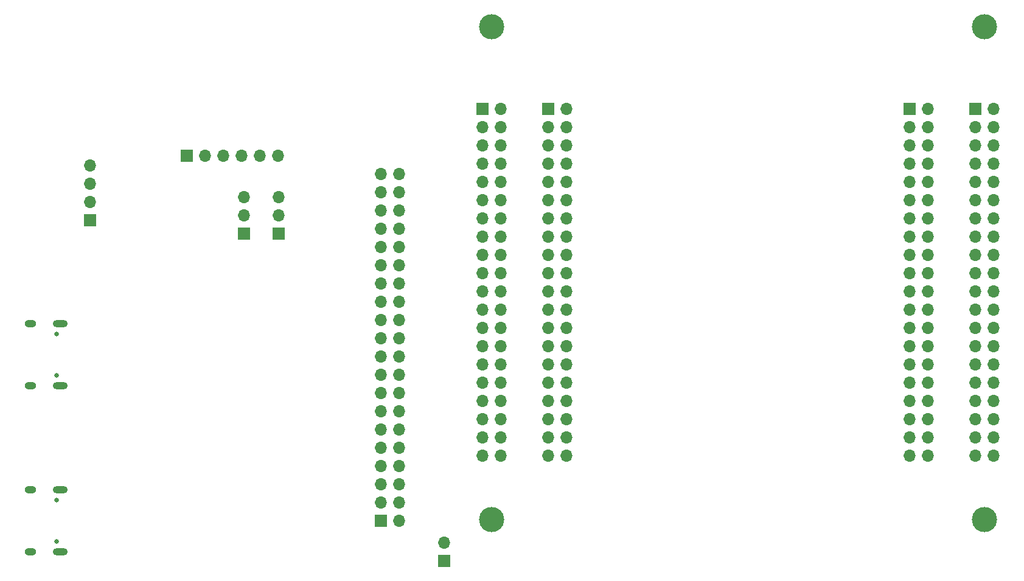
<source format=gbs>
G04 #@! TF.GenerationSoftware,KiCad,Pcbnew,(6.0.7)*
G04 #@! TF.CreationDate,2023-08-05T00:10:51+07:00*
G04 #@! TF.ProjectId,ECELab_v1,4543454c-6162-45f7-9631-2e6b69636164,rev?*
G04 #@! TF.SameCoordinates,Original*
G04 #@! TF.FileFunction,Soldermask,Bot*
G04 #@! TF.FilePolarity,Negative*
%FSLAX46Y46*%
G04 Gerber Fmt 4.6, Leading zero omitted, Abs format (unit mm)*
G04 Created by KiCad (PCBNEW (6.0.7)) date 2023-08-05 00:10:51*
%MOMM*%
%LPD*%
G01*
G04 APERTURE LIST*
%ADD10C,3.500000*%
%ADD11R,1.700000X1.700000*%
%ADD12O,1.700000X1.700000*%
%ADD13C,0.650000*%
%ADD14O,1.600000X1.000000*%
%ADD15O,2.100000X1.000000*%
G04 APERTURE END LIST*
D10*
X172186600Y-140614400D03*
X172186600Y-72034400D03*
X240766600Y-72034400D03*
X240766600Y-140614400D03*
D11*
X156732400Y-140860800D03*
D12*
X159272400Y-140860800D03*
X156732400Y-138320800D03*
X159272400Y-138320800D03*
X156732400Y-135780800D03*
X159272400Y-135780800D03*
X156732400Y-133240800D03*
X159272400Y-133240800D03*
X156732400Y-130700800D03*
X159272400Y-130700800D03*
X156732400Y-128160800D03*
X159272400Y-128160800D03*
X156732400Y-125620800D03*
X159272400Y-125620800D03*
X156732400Y-123080800D03*
X159272400Y-123080800D03*
X156732400Y-120540800D03*
X159272400Y-120540800D03*
X156732400Y-118000800D03*
X159272400Y-118000800D03*
X156732400Y-115460800D03*
X159272400Y-115460800D03*
X156732400Y-112920800D03*
X159272400Y-112920800D03*
X156732400Y-110380800D03*
X159272400Y-110380800D03*
X156732400Y-107840800D03*
X159272400Y-107840800D03*
X156732400Y-105300800D03*
X159272400Y-105300800D03*
X156732400Y-102760800D03*
X159272400Y-102760800D03*
X156732400Y-100220800D03*
X159272400Y-100220800D03*
X156732400Y-97680800D03*
X159272400Y-97680800D03*
X156732400Y-95140800D03*
X159272400Y-95140800D03*
X156732400Y-92600800D03*
X159272400Y-92600800D03*
D11*
X239497000Y-83477000D03*
D12*
X242037000Y-83477000D03*
X239497000Y-86017000D03*
X242037000Y-86017000D03*
X239497000Y-88557000D03*
X242037000Y-88557000D03*
X239497000Y-91097000D03*
X242037000Y-91097000D03*
X239497000Y-93637000D03*
X242037000Y-93637000D03*
X239497000Y-96177000D03*
X242037000Y-96177000D03*
X239497000Y-98717000D03*
X242037000Y-98717000D03*
X239497000Y-101257000D03*
X242037000Y-101257000D03*
X239497000Y-103797000D03*
X242037000Y-103797000D03*
X239497000Y-106337000D03*
X242037000Y-106337000D03*
X239497000Y-108877000D03*
X242037000Y-108877000D03*
X239497000Y-111417000D03*
X242037000Y-111417000D03*
X239497000Y-113957000D03*
X242037000Y-113957000D03*
X239497000Y-116497000D03*
X242037000Y-116497000D03*
X239497000Y-119037000D03*
X242037000Y-119037000D03*
X239497000Y-121577000D03*
X242037000Y-121577000D03*
X239497000Y-124117000D03*
X242037000Y-124117000D03*
X239497000Y-126657000D03*
X242037000Y-126657000D03*
X239497000Y-129197000D03*
X242037000Y-129197000D03*
X239497000Y-131737000D03*
X242037000Y-131737000D03*
D11*
X230353000Y-83477000D03*
D12*
X232893000Y-83477000D03*
X230353000Y-86017000D03*
X232893000Y-86017000D03*
X230353000Y-88557000D03*
X232893000Y-88557000D03*
X230353000Y-91097000D03*
X232893000Y-91097000D03*
X230353000Y-93637000D03*
X232893000Y-93637000D03*
X230353000Y-96177000D03*
X232893000Y-96177000D03*
X230353000Y-98717000D03*
X232893000Y-98717000D03*
X230353000Y-101257000D03*
X232893000Y-101257000D03*
X230353000Y-103797000D03*
X232893000Y-103797000D03*
X230353000Y-106337000D03*
X232893000Y-106337000D03*
X230353000Y-108877000D03*
X232893000Y-108877000D03*
X230353000Y-111417000D03*
X232893000Y-111417000D03*
X230353000Y-113957000D03*
X232893000Y-113957000D03*
X230353000Y-116497000D03*
X232893000Y-116497000D03*
X230353000Y-119037000D03*
X232893000Y-119037000D03*
X230353000Y-121577000D03*
X232893000Y-121577000D03*
X230353000Y-124117000D03*
X232893000Y-124117000D03*
X230353000Y-126657000D03*
X232893000Y-126657000D03*
X230353000Y-129197000D03*
X232893000Y-129197000D03*
X230353000Y-131737000D03*
X232893000Y-131737000D03*
D11*
X180061000Y-83477000D03*
D12*
X182601000Y-83477000D03*
X180061000Y-86017000D03*
X182601000Y-86017000D03*
X180061000Y-88557000D03*
X182601000Y-88557000D03*
X180061000Y-91097000D03*
X182601000Y-91097000D03*
X180061000Y-93637000D03*
X182601000Y-93637000D03*
X180061000Y-96177000D03*
X182601000Y-96177000D03*
X180061000Y-98717000D03*
X182601000Y-98717000D03*
X180061000Y-101257000D03*
X182601000Y-101257000D03*
X180061000Y-103797000D03*
X182601000Y-103797000D03*
X180061000Y-106337000D03*
X182601000Y-106337000D03*
X180061000Y-108877000D03*
X182601000Y-108877000D03*
X180061000Y-111417000D03*
X182601000Y-111417000D03*
X180061000Y-113957000D03*
X182601000Y-113957000D03*
X180061000Y-116497000D03*
X182601000Y-116497000D03*
X180061000Y-119037000D03*
X182601000Y-119037000D03*
X180061000Y-121577000D03*
X182601000Y-121577000D03*
X180061000Y-124117000D03*
X182601000Y-124117000D03*
X180061000Y-126657000D03*
X182601000Y-126657000D03*
X180061000Y-129197000D03*
X182601000Y-129197000D03*
X180061000Y-131737000D03*
X182601000Y-131737000D03*
D11*
X170917000Y-83477000D03*
D12*
X173457000Y-83477000D03*
X170917000Y-86017000D03*
X173457000Y-86017000D03*
X170917000Y-88557000D03*
X173457000Y-88557000D03*
X170917000Y-91097000D03*
X173457000Y-91097000D03*
X170917000Y-93637000D03*
X173457000Y-93637000D03*
X170917000Y-96177000D03*
X173457000Y-96177000D03*
X170917000Y-98717000D03*
X173457000Y-98717000D03*
X170917000Y-101257000D03*
X173457000Y-101257000D03*
X170917000Y-103797000D03*
X173457000Y-103797000D03*
X170917000Y-106337000D03*
X173457000Y-106337000D03*
X170917000Y-108877000D03*
X173457000Y-108877000D03*
X170917000Y-111417000D03*
X173457000Y-111417000D03*
X170917000Y-113957000D03*
X173457000Y-113957000D03*
X170917000Y-116497000D03*
X173457000Y-116497000D03*
X170917000Y-119037000D03*
X173457000Y-119037000D03*
X170917000Y-121577000D03*
X173457000Y-121577000D03*
X170917000Y-124117000D03*
X173457000Y-124117000D03*
X170917000Y-126657000D03*
X173457000Y-126657000D03*
X170917000Y-129197000D03*
X173457000Y-129197000D03*
X170917000Y-131737000D03*
X173457000Y-131737000D03*
D11*
X129768600Y-90059400D03*
D12*
X132308600Y-90059400D03*
X134848600Y-90059400D03*
X137388600Y-90059400D03*
X139928600Y-90059400D03*
X142468600Y-90059400D03*
D11*
X165582600Y-146431000D03*
D12*
X165582600Y-143891000D03*
D13*
X111616800Y-120593600D03*
X111616800Y-114813600D03*
D14*
X107966800Y-113383600D03*
D15*
X112146800Y-113383600D03*
X112146800Y-122023600D03*
D14*
X107966800Y-122023600D03*
D11*
X142544800Y-100863400D03*
D12*
X142544800Y-98323400D03*
X142544800Y-95783400D03*
D13*
X111581000Y-143688800D03*
X111581000Y-137908800D03*
D14*
X107931000Y-145118800D03*
X107931000Y-136478800D03*
D15*
X112111000Y-136478800D03*
X112111000Y-145118800D03*
D11*
X116281200Y-99009200D03*
D12*
X116281200Y-96469200D03*
X116281200Y-93929200D03*
X116281200Y-91389200D03*
D11*
X137705800Y-100888400D03*
D12*
X137705800Y-98348400D03*
X137705800Y-95808400D03*
M02*

</source>
